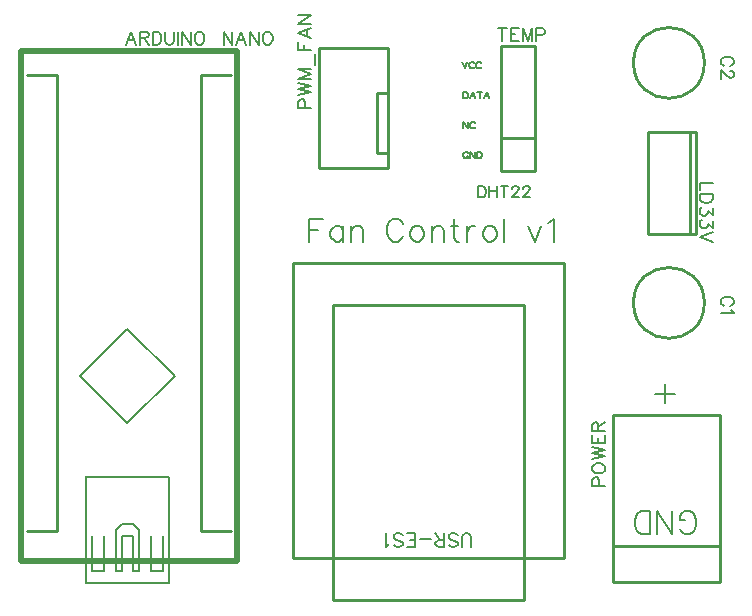
<source format=gto>
G04 Layer: TopSilkscreenLayer*
G04 EasyEDA v6.4.31, 2022-02-05 19:12:57*
G04 bf2cb295ba724ca7aa620009b2cc85ec,0a318e337cfa45e088b33f9f44b42fdc,10*
G04 Gerber Generator version 0.2*
G04 Scale: 100 percent, Rotated: No, Reflected: No *
G04 Dimensions in millimeters *
G04 leading zeros omitted , absolute positions ,4 integer and 5 decimal *
%FSLAX45Y45*%
%MOMM*%

%ADD10C,0.2540*%
%ADD11C,0.5080*%
%ADD21C,0.2032*%
%ADD22C,0.1524*%
%ADD23C,0.2000*%

%LPD*%
D21*
X3556000Y6046978D02*
G01*
X3556000Y5853176D01*
X3556000Y6046978D02*
G01*
X3676141Y6046978D01*
X3556000Y5954776D02*
G01*
X3629913Y5954776D01*
X3847845Y5982462D02*
G01*
X3847845Y5853176D01*
X3847845Y5954776D02*
G01*
X3829304Y5973063D01*
X3811015Y5982462D01*
X3783329Y5982462D01*
X3764788Y5973063D01*
X3746245Y5954776D01*
X3737102Y5927089D01*
X3737102Y5908547D01*
X3746245Y5880862D01*
X3764788Y5862320D01*
X3783329Y5853176D01*
X3811015Y5853176D01*
X3829304Y5862320D01*
X3847845Y5880862D01*
X3908806Y5982462D02*
G01*
X3908806Y5853176D01*
X3908806Y5945378D02*
G01*
X3936491Y5973063D01*
X3955034Y5982462D01*
X3982720Y5982462D01*
X4001261Y5973063D01*
X4010406Y5945378D01*
X4010406Y5853176D01*
X4352290Y6000750D02*
G01*
X4342891Y6019292D01*
X4324350Y6037834D01*
X4306061Y6046978D01*
X4268977Y6046978D01*
X4250690Y6037834D01*
X4232147Y6019292D01*
X4222750Y6000750D01*
X4213606Y5973063D01*
X4213606Y5927089D01*
X4222750Y5899150D01*
X4232147Y5880862D01*
X4250690Y5862320D01*
X4268977Y5853176D01*
X4306061Y5853176D01*
X4324350Y5862320D01*
X4342891Y5880862D01*
X4352290Y5899150D01*
X4459224Y5982462D02*
G01*
X4440936Y5973063D01*
X4422393Y5954776D01*
X4413250Y5927089D01*
X4413250Y5908547D01*
X4422393Y5880862D01*
X4440936Y5862320D01*
X4459224Y5853176D01*
X4486909Y5853176D01*
X4505452Y5862320D01*
X4523993Y5880862D01*
X4533138Y5908547D01*
X4533138Y5927089D01*
X4523993Y5954776D01*
X4505452Y5973063D01*
X4486909Y5982462D01*
X4459224Y5982462D01*
X4594097Y5982462D02*
G01*
X4594097Y5853176D01*
X4594097Y5945378D02*
G01*
X4621784Y5973063D01*
X4640325Y5982462D01*
X4668011Y5982462D01*
X4686554Y5973063D01*
X4695697Y5945378D01*
X4695697Y5853176D01*
X4784343Y6046978D02*
G01*
X4784343Y5890005D01*
X4793741Y5862320D01*
X4812029Y5853176D01*
X4830572Y5853176D01*
X4756658Y5982462D02*
G01*
X4821427Y5982462D01*
X4891531Y5982462D02*
G01*
X4891531Y5853176D01*
X4891531Y5927089D02*
G01*
X4900929Y5954776D01*
X4919218Y5973063D01*
X4937759Y5982462D01*
X4965445Y5982462D01*
X5072634Y5982462D02*
G01*
X5054091Y5973063D01*
X5035550Y5954776D01*
X5026406Y5927089D01*
X5026406Y5908547D01*
X5035550Y5880862D01*
X5054091Y5862320D01*
X5072634Y5853176D01*
X5100320Y5853176D01*
X5118861Y5862320D01*
X5137150Y5880862D01*
X5146547Y5908547D01*
X5146547Y5927089D01*
X5137150Y5954776D01*
X5118861Y5973063D01*
X5100320Y5982462D01*
X5072634Y5982462D01*
X5207508Y6046978D02*
G01*
X5207508Y5853176D01*
X5410708Y5982462D02*
G01*
X5466079Y5853176D01*
X5521452Y5982462D02*
G01*
X5466079Y5853176D01*
X5582411Y6010147D02*
G01*
X5600954Y6019292D01*
X5628640Y6046978D01*
X5628640Y5853176D01*
D22*
X7125208Y5306821D02*
G01*
X7135622Y5312155D01*
X7146036Y5322570D01*
X7151115Y5332729D01*
X7151115Y5353557D01*
X7146036Y5363971D01*
X7135622Y5374386D01*
X7125208Y5379720D01*
X7109459Y5384800D01*
X7083552Y5384800D01*
X7068058Y5379720D01*
X7057643Y5374386D01*
X7047229Y5363971D01*
X7042150Y5353557D01*
X7042150Y5332729D01*
X7047229Y5322570D01*
X7057643Y5312155D01*
X7068058Y5306821D01*
X7130288Y5272531D02*
G01*
X7135622Y5262118D01*
X7151115Y5246623D01*
X7042150Y5246623D01*
X7125208Y7338821D02*
G01*
X7135622Y7344155D01*
X7146036Y7354570D01*
X7151115Y7364729D01*
X7151115Y7385558D01*
X7146036Y7395971D01*
X7135622Y7406386D01*
X7125208Y7411720D01*
X7109459Y7416800D01*
X7083552Y7416800D01*
X7068058Y7411720D01*
X7057643Y7406386D01*
X7047229Y7395971D01*
X7042150Y7385558D01*
X7042150Y7364729D01*
X7047229Y7354570D01*
X7057643Y7344155D01*
X7068058Y7338821D01*
X7125208Y7299452D02*
G01*
X7130288Y7299452D01*
X7140702Y7294118D01*
X7146036Y7289037D01*
X7151115Y7278623D01*
X7151115Y7257795D01*
X7146036Y7247381D01*
X7140702Y7242302D01*
X7130288Y7236968D01*
X7119874Y7236968D01*
X7109459Y7242302D01*
X7093965Y7252715D01*
X7042150Y7304531D01*
X7042150Y7231887D01*
X2049779Y7630160D02*
G01*
X2008124Y7521194D01*
X2049779Y7630160D02*
G01*
X2091181Y7521194D01*
X2023618Y7557515D02*
G01*
X2075688Y7557515D01*
X2125472Y7630160D02*
G01*
X2125472Y7521194D01*
X2125472Y7630160D02*
G01*
X2172208Y7630160D01*
X2187956Y7625079D01*
X2193036Y7619745D01*
X2198370Y7609331D01*
X2198370Y7598918D01*
X2193036Y7588504D01*
X2187956Y7583423D01*
X2172208Y7578344D01*
X2125472Y7578344D01*
X2161793Y7578344D02*
G01*
X2198370Y7521194D01*
X2232659Y7630160D02*
G01*
X2232659Y7521194D01*
X2232659Y7630160D02*
G01*
X2268981Y7630160D01*
X2284475Y7625079D01*
X2294890Y7614665D01*
X2300224Y7604252D01*
X2305304Y7588504D01*
X2305304Y7562595D01*
X2300224Y7547102D01*
X2294890Y7536687D01*
X2284475Y7526273D01*
X2268981Y7521194D01*
X2232659Y7521194D01*
X2339593Y7630160D02*
G01*
X2339593Y7552181D01*
X2344674Y7536687D01*
X2355088Y7526273D01*
X2370836Y7521194D01*
X2381250Y7521194D01*
X2396743Y7526273D01*
X2407158Y7536687D01*
X2412238Y7552181D01*
X2412238Y7630160D01*
X2446527Y7630160D02*
G01*
X2446527Y7521194D01*
X2480818Y7630160D02*
G01*
X2480818Y7521194D01*
X2480818Y7630160D02*
G01*
X2553715Y7521194D01*
X2553715Y7630160D02*
G01*
X2553715Y7521194D01*
X2618993Y7630160D02*
G01*
X2608834Y7625079D01*
X2598420Y7614665D01*
X2593086Y7604252D01*
X2588006Y7588504D01*
X2588006Y7562595D01*
X2593086Y7547102D01*
X2598420Y7536687D01*
X2608834Y7526273D01*
X2618993Y7521194D01*
X2639822Y7521194D01*
X2650236Y7526273D01*
X2660650Y7536687D01*
X2665984Y7547102D01*
X2671063Y7562595D01*
X2671063Y7588504D01*
X2665984Y7604252D01*
X2660650Y7614665D01*
X2650236Y7625079D01*
X2639822Y7630160D01*
X2618993Y7630160D01*
X2705354Y7484618D02*
G01*
X2798825Y7484618D01*
X2833115Y7630160D02*
G01*
X2833115Y7521194D01*
X2833115Y7630160D02*
G01*
X2906013Y7521194D01*
X2906013Y7630160D02*
G01*
X2906013Y7521194D01*
X2981706Y7630160D02*
G01*
X2940304Y7521194D01*
X2981706Y7630160D02*
G01*
X3023361Y7521194D01*
X2955797Y7557515D02*
G01*
X3007613Y7557515D01*
X3057652Y7630160D02*
G01*
X3057652Y7521194D01*
X3057652Y7630160D02*
G01*
X3130295Y7521194D01*
X3130295Y7630160D02*
G01*
X3130295Y7521194D01*
X3195827Y7630160D02*
G01*
X3185413Y7625079D01*
X3175000Y7614665D01*
X3169920Y7604252D01*
X3164586Y7588504D01*
X3164586Y7562595D01*
X3169920Y7547102D01*
X3175000Y7536687D01*
X3185413Y7526273D01*
X3195827Y7521194D01*
X3216656Y7521194D01*
X3227070Y7526273D01*
X3237484Y7536687D01*
X3242563Y7547102D01*
X3247643Y7562595D01*
X3247643Y7588504D01*
X3242563Y7604252D01*
X3237484Y7614665D01*
X3227070Y7625079D01*
X3216656Y7630160D01*
X3195827Y7630160D01*
X6973315Y6350000D02*
G01*
X6864350Y6350000D01*
X6864350Y6350000D02*
G01*
X6864350Y6287770D01*
X6973315Y6253479D02*
G01*
X6864350Y6253479D01*
X6973315Y6253479D02*
G01*
X6973315Y6216904D01*
X6968236Y6201410D01*
X6957822Y6190995D01*
X6947408Y6185915D01*
X6931659Y6180581D01*
X6905752Y6180581D01*
X6890258Y6185915D01*
X6879843Y6190995D01*
X6869429Y6201410D01*
X6864350Y6216904D01*
X6864350Y6253479D01*
X6973315Y6135878D02*
G01*
X6973315Y6078728D01*
X6931659Y6109970D01*
X6931659Y6094476D01*
X6926579Y6084062D01*
X6921500Y6078728D01*
X6905752Y6073647D01*
X6895338Y6073647D01*
X6879843Y6078728D01*
X6869429Y6089142D01*
X6864350Y6104889D01*
X6864350Y6120384D01*
X6869429Y6135878D01*
X6874509Y6141212D01*
X6884924Y6146292D01*
X6973315Y6028944D02*
G01*
X6973315Y5971794D01*
X6931659Y6003036D01*
X6931659Y5987287D01*
X6926579Y5976873D01*
X6921500Y5971794D01*
X6905752Y5966460D01*
X6895338Y5966460D01*
X6879843Y5971794D01*
X6869429Y5982207D01*
X6864350Y5997702D01*
X6864350Y6013450D01*
X6869429Y6028944D01*
X6874509Y6034023D01*
X6884924Y6039357D01*
X6973315Y5932170D02*
G01*
X6864350Y5890768D01*
X6973315Y5849112D02*
G01*
X6864350Y5890768D01*
X5955284Y3784600D02*
G01*
X6064250Y3784600D01*
X5955284Y3784600D02*
G01*
X5955284Y3831336D01*
X5960363Y3846829D01*
X5965697Y3852163D01*
X5976111Y3857244D01*
X5991606Y3857244D01*
X6002020Y3852163D01*
X6007100Y3846829D01*
X6012434Y3831336D01*
X6012434Y3784600D01*
X5955284Y3922776D02*
G01*
X5960363Y3912362D01*
X5970777Y3901947D01*
X5981191Y3896868D01*
X5996940Y3891534D01*
X6022847Y3891534D01*
X6038341Y3896868D01*
X6048756Y3901947D01*
X6059170Y3912362D01*
X6064250Y3922776D01*
X6064250Y3943604D01*
X6059170Y3954018D01*
X6048756Y3964431D01*
X6038341Y3969512D01*
X6022847Y3974845D01*
X5996940Y3974845D01*
X5981191Y3969512D01*
X5970777Y3964431D01*
X5960363Y3954018D01*
X5955284Y3943604D01*
X5955284Y3922776D01*
X5955284Y4009136D02*
G01*
X6064250Y4035044D01*
X5955284Y4060952D02*
G01*
X6064250Y4035044D01*
X5955284Y4060952D02*
G01*
X6064250Y4086860D01*
X5955284Y4113021D02*
G01*
X6064250Y4086860D01*
X5955284Y4147312D02*
G01*
X6064250Y4147312D01*
X5955284Y4147312D02*
G01*
X5955284Y4214876D01*
X6007100Y4147312D02*
G01*
X6007100Y4188713D01*
X6064250Y4147312D02*
G01*
X6064250Y4214876D01*
X5955284Y4249165D02*
G01*
X6064250Y4249165D01*
X5955284Y4249165D02*
G01*
X5955284Y4295902D01*
X5960363Y4311395D01*
X5965697Y4316729D01*
X5976111Y4321810D01*
X5986525Y4321810D01*
X5996940Y4316729D01*
X6002020Y4311395D01*
X6007100Y4295902D01*
X6007100Y4249165D01*
X6007100Y4285487D02*
G01*
X6064250Y4321810D01*
D21*
X6490208Y4566157D02*
G01*
X6656324Y4566157D01*
X6573265Y4483100D02*
G01*
X6573265Y4649470D01*
X6694170Y3422650D02*
G01*
X6703313Y3404107D01*
X6721856Y3385565D01*
X6740143Y3376421D01*
X6777227Y3376421D01*
X6795770Y3385565D01*
X6814058Y3404107D01*
X6823456Y3422650D01*
X6832600Y3450336D01*
X6832600Y3496310D01*
X6823456Y3524250D01*
X6814058Y3542537D01*
X6795770Y3561079D01*
X6777227Y3570223D01*
X6740143Y3570223D01*
X6721856Y3561079D01*
X6703313Y3542537D01*
X6694170Y3524250D01*
X6694170Y3496310D01*
X6740143Y3496310D02*
G01*
X6694170Y3496310D01*
X6633209Y3376421D02*
G01*
X6633209Y3570223D01*
X6633209Y3376421D02*
G01*
X6503670Y3570223D01*
X6503670Y3376421D02*
G01*
X6503670Y3570223D01*
X6442709Y3376421D02*
G01*
X6442709Y3570223D01*
X6442709Y3376421D02*
G01*
X6378193Y3376421D01*
X6350508Y3385565D01*
X6331965Y3404107D01*
X6322822Y3422650D01*
X6313424Y3450336D01*
X6313424Y3496310D01*
X6322822Y3524250D01*
X6331965Y3542537D01*
X6350508Y3561079D01*
X6378193Y3570223D01*
X6442709Y3570223D01*
D22*
X3466084Y6985000D02*
G01*
X3575050Y6985000D01*
X3466084Y6985000D02*
G01*
X3466084Y7031736D01*
X3471163Y7047229D01*
X3476497Y7052563D01*
X3486911Y7057644D01*
X3502406Y7057644D01*
X3512820Y7052563D01*
X3517900Y7047229D01*
X3523234Y7031736D01*
X3523234Y6985000D01*
X3466084Y7091934D02*
G01*
X3575050Y7118095D01*
X3466084Y7144004D02*
G01*
X3575050Y7118095D01*
X3466084Y7144004D02*
G01*
X3575050Y7169912D01*
X3466084Y7195820D02*
G01*
X3575050Y7169912D01*
X3466084Y7230110D02*
G01*
X3575050Y7230110D01*
X3466084Y7230110D02*
G01*
X3575050Y7271765D01*
X3466084Y7313421D02*
G01*
X3575050Y7271765D01*
X3466084Y7313421D02*
G01*
X3575050Y7313421D01*
X3611625Y7347712D02*
G01*
X3611625Y7441184D01*
X3466084Y7475473D02*
G01*
X3575050Y7475473D01*
X3466084Y7475473D02*
G01*
X3466084Y7543037D01*
X3517900Y7475473D02*
G01*
X3517900Y7517129D01*
X3466084Y7618729D02*
G01*
X3575050Y7577328D01*
X3466084Y7618729D02*
G01*
X3575050Y7660386D01*
X3538727Y7592821D02*
G01*
X3538727Y7644892D01*
X3466084Y7694676D02*
G01*
X3575050Y7694676D01*
X3466084Y7694676D02*
G01*
X3575050Y7767320D01*
X3466084Y7767320D02*
G01*
X3575050Y7767320D01*
X5192522Y7659115D02*
G01*
X5192522Y7550150D01*
X5156200Y7659115D02*
G01*
X5228843Y7659115D01*
X5263134Y7659115D02*
G01*
X5263134Y7550150D01*
X5263134Y7659115D02*
G01*
X5330697Y7659115D01*
X5263134Y7607300D02*
G01*
X5304790Y7607300D01*
X5263134Y7550150D02*
G01*
X5330697Y7550150D01*
X5364988Y7659115D02*
G01*
X5364988Y7550150D01*
X5364988Y7659115D02*
G01*
X5406643Y7550150D01*
X5448300Y7659115D02*
G01*
X5406643Y7550150D01*
X5448300Y7659115D02*
G01*
X5448300Y7550150D01*
X5482590Y7659115D02*
G01*
X5482590Y7550150D01*
X5482590Y7659115D02*
G01*
X5529325Y7659115D01*
X5544820Y7654036D01*
X5549900Y7648702D01*
X5555234Y7638287D01*
X5555234Y7622794D01*
X5549900Y7612379D01*
X5544820Y7607300D01*
X5529325Y7601965D01*
X5482590Y7601965D01*
D21*
X4991100Y6323837D02*
G01*
X4991100Y6228334D01*
X4991100Y6323837D02*
G01*
X5022850Y6323837D01*
X5036565Y6319265D01*
X5045709Y6310376D01*
X5050281Y6301231D01*
X5054854Y6287515D01*
X5054854Y6264910D01*
X5050281Y6251194D01*
X5045709Y6242050D01*
X5036565Y6232905D01*
X5022850Y6228334D01*
X4991100Y6228334D01*
X5084825Y6323837D02*
G01*
X5084825Y6228334D01*
X5148325Y6323837D02*
G01*
X5148325Y6228334D01*
X5084825Y6278371D02*
G01*
X5148325Y6278371D01*
X5210302Y6323837D02*
G01*
X5210302Y6228334D01*
X5178297Y6323837D02*
G01*
X5242052Y6323837D01*
X5276595Y6301231D02*
G01*
X5276595Y6305804D01*
X5281168Y6314694D01*
X5285740Y6319265D01*
X5294629Y6323837D01*
X5312918Y6323837D01*
X5322061Y6319265D01*
X5326634Y6314694D01*
X5331206Y6305804D01*
X5331206Y6296660D01*
X5326634Y6287515D01*
X5317490Y6273800D01*
X5272024Y6228334D01*
X5335524Y6228334D01*
X5370068Y6301231D02*
G01*
X5370068Y6305804D01*
X5374640Y6314694D01*
X5379211Y6319265D01*
X5388356Y6323837D01*
X5406643Y6323837D01*
X5415534Y6319265D01*
X5420106Y6314694D01*
X5424677Y6305804D01*
X5424677Y6296660D01*
X5420106Y6287515D01*
X5411215Y6273800D01*
X5365750Y6228334D01*
X5429250Y6228334D01*
X4904993Y6600189D02*
G01*
X4902200Y6605523D01*
X4896865Y6611112D01*
X4891277Y6613652D01*
X4880356Y6613652D01*
X4875022Y6611112D01*
X4869434Y6605523D01*
X4866893Y6600189D01*
X4864100Y6591808D01*
X4864100Y6578345D01*
X4866893Y6570218D01*
X4869434Y6564629D01*
X4875022Y6559295D01*
X4880356Y6556502D01*
X4891277Y6556502D01*
X4896865Y6559295D01*
X4902200Y6564629D01*
X4904993Y6570218D01*
X4904993Y6578345D01*
X4891277Y6578345D02*
G01*
X4904993Y6578345D01*
X4923027Y6613652D02*
G01*
X4923027Y6556502D01*
X4923027Y6613652D02*
G01*
X4961127Y6556502D01*
X4961127Y6613652D02*
G01*
X4961127Y6556502D01*
X4979161Y6613652D02*
G01*
X4979161Y6556502D01*
X4979161Y6613652D02*
G01*
X4998211Y6613652D01*
X5006340Y6611112D01*
X5011927Y6605523D01*
X5014722Y6600189D01*
X5017261Y6591808D01*
X5017261Y6578345D01*
X5014722Y6570218D01*
X5011927Y6564629D01*
X5006340Y6559295D01*
X4998211Y6556502D01*
X4979161Y6556502D01*
X4851400Y7375652D02*
G01*
X4873243Y7318502D01*
X4895088Y7375652D02*
G01*
X4873243Y7318502D01*
X4954015Y7362189D02*
G01*
X4951222Y7367523D01*
X4945888Y7373112D01*
X4940300Y7375652D01*
X4929377Y7375652D01*
X4924043Y7373112D01*
X4918456Y7367523D01*
X4915661Y7362189D01*
X4913122Y7353808D01*
X4913122Y7340345D01*
X4915661Y7332218D01*
X4918456Y7326629D01*
X4924043Y7321295D01*
X4929377Y7318502D01*
X4940300Y7318502D01*
X4945888Y7321295D01*
X4951222Y7326629D01*
X4954015Y7332218D01*
X5012943Y7362189D02*
G01*
X5010150Y7367523D01*
X5004561Y7373112D01*
X4999227Y7375652D01*
X4988306Y7375652D01*
X4982972Y7373112D01*
X4977384Y7367523D01*
X4974590Y7362189D01*
X4972050Y7353808D01*
X4972050Y7340345D01*
X4974590Y7332218D01*
X4977384Y7326629D01*
X4982972Y7321295D01*
X4988306Y7318502D01*
X4999227Y7318502D01*
X5004561Y7321295D01*
X5010150Y7326629D01*
X5012943Y7332218D01*
D23*
X4864100Y7121652D02*
G01*
X4864100Y7064502D01*
X4864100Y7121652D02*
G01*
X4883150Y7121652D01*
X4891277Y7119112D01*
X4896865Y7113523D01*
X4899659Y7108189D01*
X4902200Y7099808D01*
X4902200Y7086345D01*
X4899659Y7078218D01*
X4896865Y7072629D01*
X4891277Y7067295D01*
X4883150Y7064502D01*
X4864100Y7064502D01*
X4942077Y7121652D02*
G01*
X4920234Y7064502D01*
X4942077Y7121652D02*
G01*
X4963922Y7064502D01*
X4928361Y7083552D02*
G01*
X4955793Y7083552D01*
X5001006Y7121652D02*
G01*
X5001006Y7064502D01*
X4981956Y7121652D02*
G01*
X5020056Y7121652D01*
X5059934Y7121652D02*
G01*
X5038090Y7064502D01*
X5059934Y7121652D02*
G01*
X5081777Y7064502D01*
X5046218Y7083552D02*
G01*
X5073650Y7083552D01*
D21*
X4864100Y6867652D02*
G01*
X4864100Y6810502D01*
X4864100Y6867652D02*
G01*
X4902200Y6810502D01*
X4902200Y6867652D02*
G01*
X4902200Y6810502D01*
X4961127Y6854189D02*
G01*
X4958588Y6859523D01*
X4953000Y6865112D01*
X4947665Y6867652D01*
X4936743Y6867652D01*
X4931156Y6865112D01*
X4925822Y6859523D01*
X4923027Y6854189D01*
X4920234Y6845808D01*
X4920234Y6832345D01*
X4923027Y6824218D01*
X4925822Y6818629D01*
X4931156Y6813295D01*
X4936743Y6810502D01*
X4947665Y6810502D01*
X4953000Y6813295D01*
X4958588Y6818629D01*
X4961127Y6824218D01*
X4927727Y3269782D02*
G01*
X4927727Y3351570D01*
X4922138Y3367826D01*
X4911216Y3378748D01*
X4894961Y3384336D01*
X4884038Y3384336D01*
X4867783Y3378748D01*
X4856861Y3367826D01*
X4851272Y3351570D01*
X4851272Y3269782D01*
X4739004Y3286038D02*
G01*
X4749927Y3275116D01*
X4766183Y3269782D01*
X4788027Y3269782D01*
X4804283Y3275116D01*
X4815204Y3286038D01*
X4815204Y3296960D01*
X4809870Y3307882D01*
X4804283Y3313216D01*
X4793361Y3318804D01*
X4760849Y3329726D01*
X4749927Y3335060D01*
X4744338Y3340648D01*
X4739004Y3351570D01*
X4739004Y3367826D01*
X4749927Y3378748D01*
X4766183Y3384336D01*
X4788027Y3384336D01*
X4804283Y3378748D01*
X4815204Y3367826D01*
X4702936Y3269782D02*
G01*
X4702936Y3384336D01*
X4702936Y3269782D02*
G01*
X4653915Y3269782D01*
X4637404Y3275116D01*
X4632070Y3280704D01*
X4626483Y3291626D01*
X4626483Y3302548D01*
X4632070Y3313216D01*
X4637404Y3318804D01*
X4653915Y3324138D01*
X4702936Y3324138D01*
X4664836Y3324138D02*
G01*
X4626483Y3384336D01*
X4590668Y3335060D02*
G01*
X4492370Y3335060D01*
X4456302Y3269782D02*
G01*
X4456302Y3384336D01*
X4456302Y3269782D02*
G01*
X4385436Y3269782D01*
X4456302Y3324138D02*
G01*
X4412868Y3324138D01*
X4456302Y3384336D02*
G01*
X4385436Y3384336D01*
X4273168Y3286038D02*
G01*
X4284090Y3275116D01*
X4300347Y3269782D01*
X4322190Y3269782D01*
X4338447Y3275116D01*
X4349368Y3286038D01*
X4349368Y3296960D01*
X4344034Y3307882D01*
X4338447Y3313216D01*
X4327779Y3318804D01*
X4295013Y3329726D01*
X4284090Y3335060D01*
X4278502Y3340648D01*
X4273168Y3351570D01*
X4273168Y3367826D01*
X4284090Y3378748D01*
X4300347Y3384336D01*
X4322190Y3384336D01*
X4338447Y3378748D01*
X4349368Y3367826D01*
X4237100Y3291626D02*
G01*
X4226179Y3286038D01*
X4209922Y3269782D01*
X4209922Y3384336D01*
D11*
X1117600Y7467600D02*
G01*
X1117600Y3149600D01*
X1117600Y3149600D02*
G01*
X2946400Y3149600D01*
X1117600Y7467600D02*
G01*
X2946400Y7467600D01*
X2946400Y3149600D02*
G01*
X2946400Y7467600D01*
D22*
X1669922Y3864025D02*
G01*
X2369921Y3864025D01*
X2369921Y3864025D02*
G01*
X2369921Y2964027D01*
X1669821Y3864203D02*
G01*
X1669821Y2964205D01*
X1669694Y2964129D02*
G01*
X2369718Y2964129D01*
X1719935Y3364026D02*
G01*
X1719935Y3064052D01*
X1819935Y3064052D01*
X1819935Y3364026D01*
X2219909Y3364026D02*
G01*
X2219909Y3064052D01*
X2319934Y3064052D01*
X2319934Y3364026D01*
X1919935Y3064052D02*
G01*
X1919935Y3364026D01*
X2119934Y3064052D02*
G01*
X2119934Y3364077D01*
X1919935Y3364026D02*
G01*
X1919935Y3414039D01*
X1969922Y3464026D01*
X2069922Y3464026D01*
X2119934Y3414039D01*
X2119934Y3364026D01*
X1919935Y3064052D02*
G01*
X1969922Y3064052D01*
X1969922Y3364026D01*
X2069922Y3364026D01*
X2069922Y3064052D01*
X2119934Y3064052D01*
X2019934Y5114036D02*
G01*
X2419908Y4714036D01*
X1619885Y4714036D02*
G01*
X2019858Y4313809D01*
X2019858Y5113959D02*
G01*
X1619885Y4714036D01*
X2419908Y4714036D02*
G01*
X2019858Y4313936D01*
D10*
X1168400Y7264400D02*
G01*
X1422400Y7264400D01*
X1422400Y3403600D01*
X1168400Y3403600D01*
X2895600Y7264400D02*
G01*
X2641600Y7264400D01*
X2641600Y3403600D01*
X2895600Y3403600D01*
X6781800Y5918200D02*
G01*
X6781800Y6781800D01*
X6426200Y6781800D01*
X6426200Y5918200D01*
X6781800Y5918200D01*
X6781800Y6781800D02*
G01*
X6832600Y6781800D01*
X6832600Y5918200D01*
X6781800Y5918200D01*
X6134107Y2971594D02*
G01*
X6134107Y4386600D01*
X6133264Y2971594D02*
G01*
X7033265Y2971594D01*
X7033265Y2971594D02*
G01*
X7033265Y4386600D01*
X6134107Y4388919D02*
G01*
X7034103Y4388919D01*
X6134107Y3273851D02*
G01*
X7034103Y3273851D01*
X3644900Y6474993D02*
G01*
X3644900Y7495006D01*
X4228896Y7495006D01*
X4228896Y6474993D01*
X3644900Y6474993D01*
X4128897Y6604000D02*
G01*
X4128897Y7112000D01*
X4228896Y7112000D01*
X4228896Y6604000D01*
X4128897Y6604000D01*
X5181600Y6731000D02*
G01*
X5473700Y6731000D01*
X5181600Y7505700D02*
G01*
X5473700Y7505700D01*
X5473700Y6451600D01*
X5181600Y6451600D01*
X5181600Y7505700D01*
X5718073Y3169884D02*
G01*
X3418077Y3169884D01*
X3418077Y5669879D01*
X5718073Y5669879D01*
X5718073Y3169884D01*
X5373065Y2819897D02*
G01*
X3763060Y2819897D01*
X3763060Y5319892D01*
X5373065Y5319892D01*
X5373065Y2819897D01*
G75*
G01
X6903974Y5334000D02*
G03X6903974Y5334000I-299974J0D01*
G75*
G01
X6903974Y7366000D02*
G03X6903974Y7366000I-299974J0D01*
M02*

</source>
